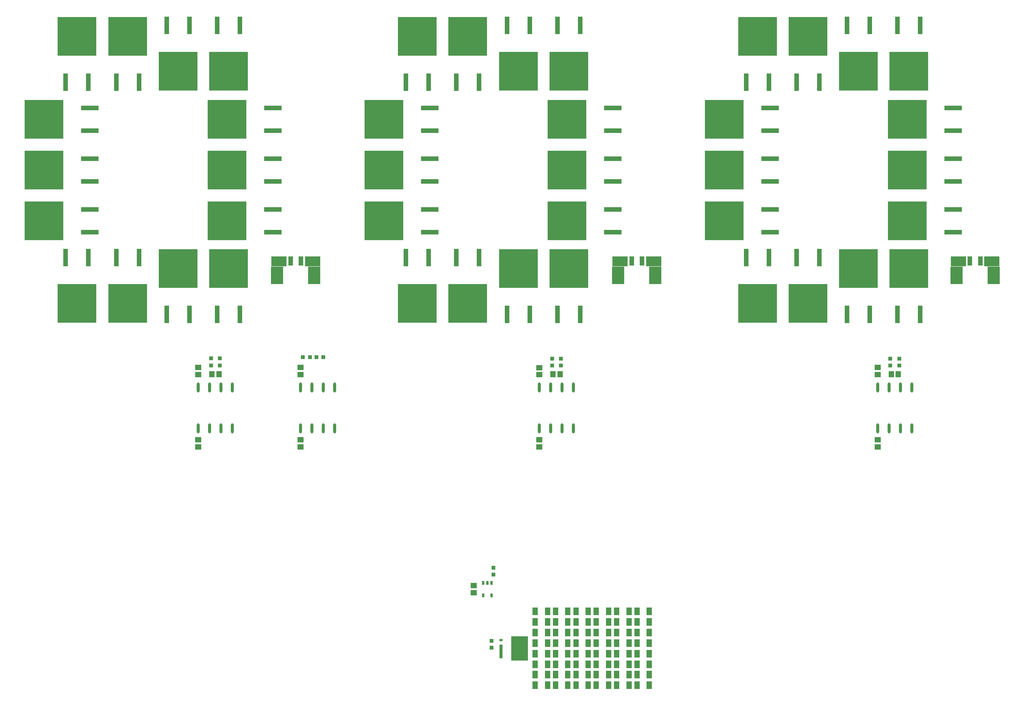
<source format=gbp>
G04*
G04 #@! TF.GenerationSoftware,Altium Limited,Altium Designer,18.1.11 (251)*
G04*
G04 Layer_Color=128*
%FSLAX25Y25*%
%MOIN*%
G70*
G01*
G75*
%ADD17R,0.03543X0.03347*%
%ADD19R,0.05118X0.05709*%
%ADD20R,0.05709X0.05118*%
%ADD25R,0.03347X0.03543*%
%ADD57O,0.02559X0.08858*%
%ADD58R,0.02362X0.03740*%
%ADD59R,0.02874X0.11969*%
%ADD60R,0.02874X0.01968*%
%ADD61R,0.14843X0.21260*%
%ADD62R,0.34449X0.34252*%
%ADD63R,0.04134X0.15551*%
%ADD64R,0.34252X0.34449*%
%ADD65R,0.15551X0.04134*%
%ADD66R,0.10630X0.15748*%
%ADD67R,0.03937X0.07874*%
%ADD68R,0.13780X0.08661*%
%ADD69R,0.04921X0.06890*%
D17*
X453149Y163090D02*
D03*
Y169192D02*
D03*
X451427Y104842D02*
D03*
Y98740D02*
D03*
X204626Y347185D02*
D03*
Y353288D02*
D03*
X212500Y347185D02*
D03*
Y353288D02*
D03*
X504626Y346972D02*
D03*
Y353075D02*
D03*
X512500Y346972D02*
D03*
Y353075D02*
D03*
X802169Y347059D02*
D03*
Y353162D02*
D03*
X810043Y347059D02*
D03*
Y353162D02*
D03*
D19*
X205413Y339527D02*
D03*
X211712D02*
D03*
X505413Y339314D02*
D03*
X511712D02*
D03*
X802956Y339401D02*
D03*
X809255D02*
D03*
D20*
X193563Y339133D02*
D03*
Y345432D02*
D03*
Y281678D02*
D03*
Y275378D02*
D03*
X283542Y345432D02*
D03*
Y339133D02*
D03*
Y275378D02*
D03*
Y281678D02*
D03*
X493563Y338921D02*
D03*
Y345220D02*
D03*
Y281678D02*
D03*
Y275378D02*
D03*
X791106Y339007D02*
D03*
Y345307D02*
D03*
Y281678D02*
D03*
Y275378D02*
D03*
X435610Y147086D02*
D03*
Y153385D02*
D03*
D25*
X297440Y354331D02*
D03*
X303542D02*
D03*
X285531D02*
D03*
X291634D02*
D03*
D57*
X293543Y291791D02*
D03*
X303542D02*
D03*
X223563D02*
D03*
X213563D02*
D03*
X203563D02*
D03*
X193563D02*
D03*
X223563Y327814D02*
D03*
X213563D02*
D03*
X203563D02*
D03*
X193563D02*
D03*
X283542D02*
D03*
X293543D02*
D03*
X303542D02*
D03*
X313543D02*
D03*
X283542Y291791D02*
D03*
X313543D02*
D03*
X523563D02*
D03*
X513563D02*
D03*
X503563D02*
D03*
X493563D02*
D03*
X523563Y327814D02*
D03*
X513563D02*
D03*
X503563D02*
D03*
X493563D02*
D03*
X821106Y291791D02*
D03*
X811106D02*
D03*
X801106D02*
D03*
X791106D02*
D03*
X821106Y327814D02*
D03*
X811106D02*
D03*
X801106D02*
D03*
X791106D02*
D03*
D58*
X443996Y144822D02*
D03*
X451476D02*
D03*
Y155649D02*
D03*
X447736D02*
D03*
X443996D02*
D03*
D59*
X459646Y95531D02*
D03*
D60*
Y105532D02*
D03*
D61*
X475984Y98032D02*
D03*
D62*
X685315Y636654D02*
D03*
X729737D02*
D03*
X774160Y605945D02*
D03*
X818582D02*
D03*
X685315Y401615D02*
D03*
X729737D02*
D03*
X774160Y432324D02*
D03*
X818582D02*
D03*
X386102Y636654D02*
D03*
X430524D02*
D03*
X474947Y605945D02*
D03*
X519369D02*
D03*
Y432324D02*
D03*
X474947D02*
D03*
X430524Y401615D02*
D03*
X386102D02*
D03*
X220117Y432324D02*
D03*
X175695D02*
D03*
X131273Y401615D02*
D03*
X86850D02*
D03*
X220117Y605945D02*
D03*
X175695D02*
D03*
X131273Y636654D02*
D03*
X86850D02*
D03*
D63*
X675315Y596300D02*
D03*
X695315D02*
D03*
X719737D02*
D03*
X739737D02*
D03*
X784160Y646300D02*
D03*
X764160D02*
D03*
X828582D02*
D03*
X808582D02*
D03*
X695315Y441969D02*
D03*
X675315D02*
D03*
X739737D02*
D03*
X719737D02*
D03*
X784160Y391969D02*
D03*
X764160D02*
D03*
X808582D02*
D03*
X828582D02*
D03*
X376102Y596300D02*
D03*
X396102D02*
D03*
X420524D02*
D03*
X440524D02*
D03*
X484947Y646300D02*
D03*
X464947D02*
D03*
X529369D02*
D03*
X509369D02*
D03*
Y391969D02*
D03*
X529369D02*
D03*
X464947D02*
D03*
X484947D02*
D03*
X440524Y441969D02*
D03*
X420524D02*
D03*
X396102D02*
D03*
X376102D02*
D03*
X210118Y391969D02*
D03*
X230118D02*
D03*
X165695D02*
D03*
X185695D02*
D03*
X141273Y441969D02*
D03*
X121273D02*
D03*
X96850D02*
D03*
X76850D02*
D03*
X230118Y646300D02*
D03*
X210118D02*
D03*
X185695D02*
D03*
X165695D02*
D03*
X121273Y596300D02*
D03*
X141273D02*
D03*
X76850D02*
D03*
X96850D02*
D03*
D64*
X817126Y563780D02*
D03*
X656102D02*
D03*
Y519134D02*
D03*
Y474488D02*
D03*
X817126Y519134D02*
D03*
Y474488D02*
D03*
X356890Y563780D02*
D03*
Y519134D02*
D03*
Y474488D02*
D03*
X517913Y563780D02*
D03*
Y519134D02*
D03*
Y474488D02*
D03*
X218701Y563780D02*
D03*
Y519134D02*
D03*
Y474488D02*
D03*
X57677D02*
D03*
Y519134D02*
D03*
Y563780D02*
D03*
D65*
X857480Y553780D02*
D03*
Y573780D02*
D03*
X696457Y553780D02*
D03*
Y573780D02*
D03*
Y509134D02*
D03*
Y529134D02*
D03*
Y464488D02*
D03*
Y484488D02*
D03*
X857480Y509134D02*
D03*
Y529134D02*
D03*
Y464488D02*
D03*
Y484488D02*
D03*
X397244Y553780D02*
D03*
Y573780D02*
D03*
Y509134D02*
D03*
Y529134D02*
D03*
Y464488D02*
D03*
Y484488D02*
D03*
X558268Y553780D02*
D03*
Y573780D02*
D03*
Y509134D02*
D03*
Y529134D02*
D03*
Y464488D02*
D03*
Y484488D02*
D03*
X259055Y553780D02*
D03*
Y573780D02*
D03*
Y509134D02*
D03*
Y529134D02*
D03*
Y464488D02*
D03*
Y484488D02*
D03*
X98032Y464488D02*
D03*
Y484488D02*
D03*
Y509134D02*
D03*
Y529134D02*
D03*
Y553780D02*
D03*
Y573780D02*
D03*
D66*
X893117Y426476D02*
D03*
X860440D02*
D03*
X562871D02*
D03*
X595548D02*
D03*
X295571D02*
D03*
X262894D02*
D03*
D67*
X881306Y439075D02*
D03*
X872251D02*
D03*
X574682D02*
D03*
X583738D02*
D03*
X283760D02*
D03*
X274705D02*
D03*
D68*
X891542Y438681D02*
D03*
X862015D02*
D03*
X564446D02*
D03*
X593974D02*
D03*
X293996D02*
D03*
X264469D02*
D03*
D69*
X554370Y121329D02*
D03*
X543543D02*
D03*
X518544D02*
D03*
X507717D02*
D03*
X518544Y112049D02*
D03*
X507717D02*
D03*
X554370D02*
D03*
X543543D02*
D03*
X518544Y102769D02*
D03*
X507717D02*
D03*
X554370D02*
D03*
X543543D02*
D03*
X518544Y93489D02*
D03*
X507717D02*
D03*
X554370D02*
D03*
X543543D02*
D03*
X554370Y84209D02*
D03*
X543543D02*
D03*
X518544D02*
D03*
X507717D02*
D03*
X554370Y74929D02*
D03*
X543543D02*
D03*
X518544D02*
D03*
X507717D02*
D03*
X518544Y65649D02*
D03*
X507717D02*
D03*
X554370D02*
D03*
X543543D02*
D03*
X590197Y121329D02*
D03*
X579370D02*
D03*
X572284D02*
D03*
X561457D02*
D03*
X536457D02*
D03*
X525630D02*
D03*
X500630D02*
D03*
X489804D02*
D03*
X590197Y112049D02*
D03*
X579370D02*
D03*
X572284D02*
D03*
X561457D02*
D03*
X536457D02*
D03*
X525630D02*
D03*
X500630D02*
D03*
X489804D02*
D03*
X590197Y102769D02*
D03*
X579370D02*
D03*
X572284D02*
D03*
X561457D02*
D03*
X536457D02*
D03*
X525630D02*
D03*
X500630D02*
D03*
X489804D02*
D03*
X590197Y93489D02*
D03*
X579370D02*
D03*
X572284D02*
D03*
X561457D02*
D03*
X536457D02*
D03*
X525630D02*
D03*
X500630D02*
D03*
X489804D02*
D03*
X590197Y84209D02*
D03*
X579370D02*
D03*
X572284D02*
D03*
X561457D02*
D03*
X536457D02*
D03*
X525630D02*
D03*
X500630D02*
D03*
X489804D02*
D03*
X590197Y74929D02*
D03*
X579370D02*
D03*
X572284D02*
D03*
X561457D02*
D03*
X536457D02*
D03*
X525630D02*
D03*
X500630D02*
D03*
X489804D02*
D03*
X590197Y65649D02*
D03*
X579370D02*
D03*
X572284D02*
D03*
X561457D02*
D03*
X536457D02*
D03*
X525630D02*
D03*
X500630D02*
D03*
X489804D02*
D03*
X590197Y130610D02*
D03*
X579370D02*
D03*
X572284D02*
D03*
X561457D02*
D03*
X554370D02*
D03*
X543543D02*
D03*
X536457D02*
D03*
X525630D02*
D03*
X518544D02*
D03*
X507717D02*
D03*
X500630D02*
D03*
X489804D02*
D03*
M02*

</source>
